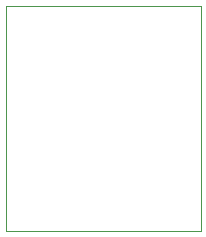
<source format=gbr>
G04 (created by PCBNEW (2013-07-07 BZR 4022)-stable) date 24/10/2014 07:26:06*
%MOIN*%
G04 Gerber Fmt 3.4, Leading zero omitted, Abs format*
%FSLAX34Y34*%
G01*
G70*
G90*
G04 APERTURE LIST*
%ADD10C,0.00590551*%
%ADD11C,0.00393701*%
G04 APERTURE END LIST*
G54D10*
G54D11*
X82000Y-70000D02*
X82000Y-69700D01*
X88500Y-70000D02*
X88500Y-69700D01*
X82000Y-69500D02*
X82000Y-69700D01*
X88500Y-69500D02*
X88500Y-69700D01*
X88500Y-70000D02*
X82000Y-70000D01*
X88500Y-62500D02*
X88500Y-69500D01*
X82000Y-62500D02*
X88500Y-62500D01*
X82000Y-69500D02*
X82000Y-62500D01*
M02*

</source>
